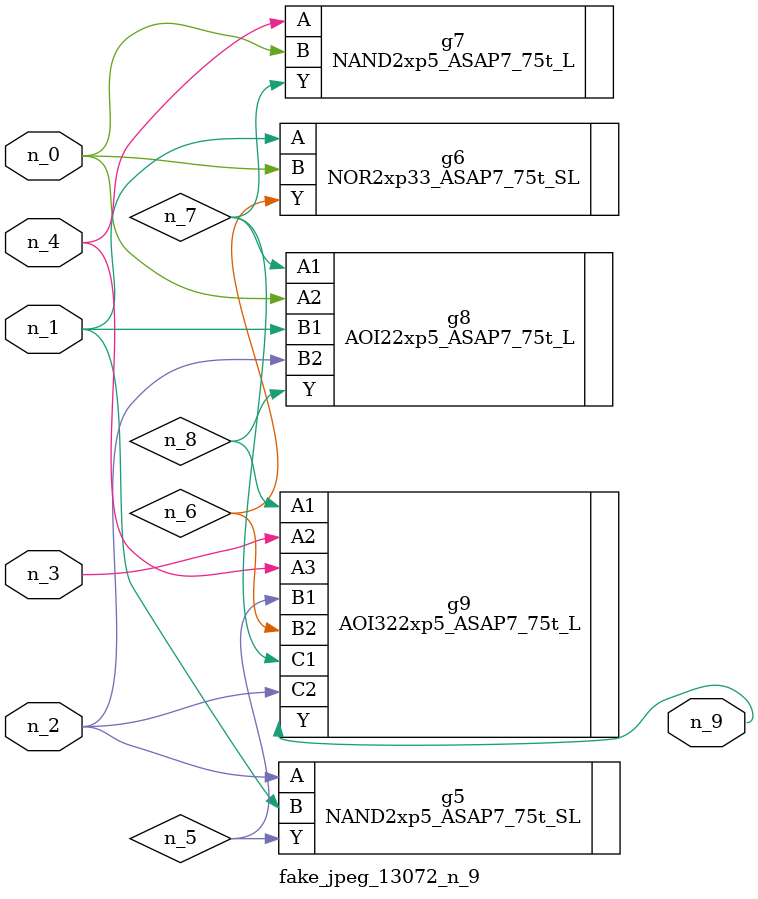
<source format=v>
module fake_jpeg_13072_n_9 (n_3, n_2, n_1, n_0, n_4, n_9);

input n_3;
input n_2;
input n_1;
input n_0;
input n_4;

output n_9;

wire n_8;
wire n_6;
wire n_5;
wire n_7;

NAND2xp5_ASAP7_75t_SL g5 ( 
.A(n_2),
.B(n_1),
.Y(n_5)
);

NOR2xp33_ASAP7_75t_SL g6 ( 
.A(n_1),
.B(n_0),
.Y(n_6)
);

NAND2xp5_ASAP7_75t_L g7 ( 
.A(n_4),
.B(n_0),
.Y(n_7)
);

AOI22xp5_ASAP7_75t_L g8 ( 
.A1(n_7),
.A2(n_0),
.B1(n_1),
.B2(n_2),
.Y(n_8)
);

AOI322xp5_ASAP7_75t_L g9 ( 
.A1(n_8),
.A2(n_3),
.A3(n_4),
.B1(n_5),
.B2(n_6),
.C1(n_7),
.C2(n_2),
.Y(n_9)
);


endmodule
</source>
